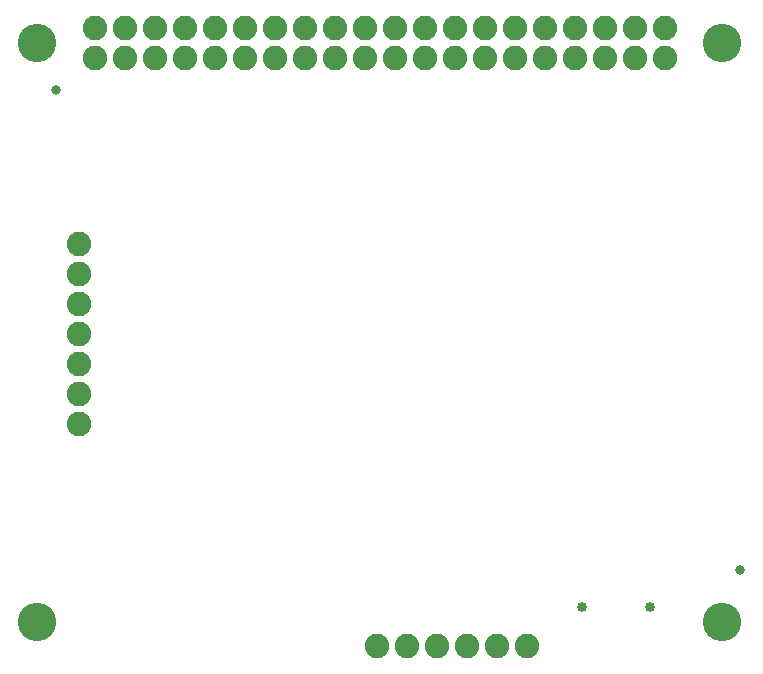
<source format=gbs>
G04 EAGLE Gerber RS-274X export*
G75*
%MOMM*%
%FSLAX34Y34*%
%LPD*%
%INSoldermask Bottom*%
%IPPOS*%
%AMOC8*
5,1,8,0,0,1.08239X$1,22.5*%
G01*
%ADD10C,0.853200*%
%ADD11C,2.082800*%
%ADD12C,3.251200*%
%ADD13C,0.838200*%


D10*
X496100Y47340D03*
X553900Y47340D03*
D11*
X83720Y512160D03*
X109120Y512160D03*
X134520Y512160D03*
X159920Y512160D03*
X185320Y512160D03*
X210720Y512160D03*
X236120Y512160D03*
X261520Y512160D03*
X286920Y512160D03*
X312320Y512160D03*
X337720Y512160D03*
X363120Y512160D03*
X388520Y512160D03*
X388520Y537560D03*
X363120Y537560D03*
X337720Y537560D03*
X312320Y537560D03*
X286920Y537560D03*
X261520Y537560D03*
X236120Y537560D03*
X210720Y537560D03*
X185320Y537560D03*
X159920Y537560D03*
X134520Y537560D03*
X109120Y537560D03*
X83720Y537560D03*
X413920Y512160D03*
X413920Y537560D03*
X439320Y512160D03*
X439320Y537560D03*
X464720Y512160D03*
X464720Y537560D03*
X490120Y512160D03*
X490120Y537560D03*
X515520Y512160D03*
X515520Y537560D03*
X540920Y512160D03*
X540920Y537560D03*
X566320Y512160D03*
X566320Y537560D03*
D12*
X35000Y35000D03*
X615000Y35000D03*
X35000Y525000D03*
X615000Y525000D03*
D13*
X629732Y79018D03*
X50480Y485080D03*
D11*
X70000Y355400D03*
X70000Y330000D03*
X70000Y304600D03*
X70000Y279200D03*
X70000Y253800D03*
X70000Y228400D03*
X70000Y203000D03*
X322500Y15000D03*
X347900Y15000D03*
X373300Y15000D03*
X398700Y15000D03*
X424100Y15000D03*
X449500Y15000D03*
M02*

</source>
